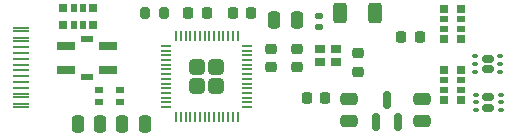
<source format=gbr>
%TF.GenerationSoftware,KiCad,Pcbnew,7.0.8*%
%TF.CreationDate,2024-02-27T09:09:56-06:00*%
%TF.ProjectId,CH32VClamp,43483332-5643-46c6-916d-702e6b696361,rev?*%
%TF.SameCoordinates,Original*%
%TF.FileFunction,Paste,Top*%
%TF.FilePolarity,Positive*%
%FSLAX46Y46*%
G04 Gerber Fmt 4.6, Leading zero omitted, Abs format (unit mm)*
G04 Created by KiCad (PCBNEW 7.0.8) date 2024-02-27 09:09:56*
%MOMM*%
%LPD*%
G01*
G04 APERTURE LIST*
G04 Aperture macros list*
%AMRoundRect*
0 Rectangle with rounded corners*
0 $1 Rounding radius*
0 $2 $3 $4 $5 $6 $7 $8 $9 X,Y pos of 4 corners*
0 Add a 4 corners polygon primitive as box body*
4,1,4,$2,$3,$4,$5,$6,$7,$8,$9,$2,$3,0*
0 Add four circle primitives for the rounded corners*
1,1,$1+$1,$2,$3*
1,1,$1+$1,$4,$5*
1,1,$1+$1,$6,$7*
1,1,$1+$1,$8,$9*
0 Add four rect primitives between the rounded corners*
20,1,$1+$1,$2,$3,$4,$5,0*
20,1,$1+$1,$4,$5,$6,$7,0*
20,1,$1+$1,$6,$7,$8,$9,0*
20,1,$1+$1,$8,$9,$2,$3,0*%
G04 Aperture macros list end*
%ADD10RoundRect,0.225000X0.225000X0.250000X-0.225000X0.250000X-0.225000X-0.250000X0.225000X-0.250000X0*%
%ADD11RoundRect,0.150000X0.150000X-0.587500X0.150000X0.587500X-0.150000X0.587500X-0.150000X-0.587500X0*%
%ADD12RoundRect,0.218750X-0.218750X-0.256250X0.218750X-0.256250X0.218750X0.256250X-0.218750X0.256250X0*%
%ADD13RoundRect,0.250000X0.250000X0.475000X-0.250000X0.475000X-0.250000X-0.475000X0.250000X-0.475000X0*%
%ADD14RoundRect,0.250000X-0.475000X0.250000X-0.475000X-0.250000X0.475000X-0.250000X0.475000X0.250000X0*%
%ADD15R,0.700000X0.640000*%
%ADD16R,0.700000X0.500000*%
%ADD17R,1.000000X0.500000*%
%ADD18R,1.500000X0.800000*%
%ADD19R,1.400000X0.250000*%
%ADD20RoundRect,0.250000X-0.312500X-0.625000X0.312500X-0.625000X0.312500X0.625000X-0.312500X0.625000X0*%
%ADD21RoundRect,0.075000X0.175000X-0.075000X0.175000X0.075000X-0.175000X0.075000X-0.175000X-0.075000X0*%
%ADD22RoundRect,0.150000X0.350000X-0.150000X0.350000X0.150000X-0.350000X0.150000X-0.350000X-0.150000X0*%
%ADD23RoundRect,0.249999X-0.395001X0.395001X-0.395001X-0.395001X0.395001X-0.395001X0.395001X0.395001X0*%
%ADD24RoundRect,0.050000X-0.050000X0.387500X-0.050000X-0.387500X0.050000X-0.387500X0.050000X0.387500X0*%
%ADD25RoundRect,0.050000X-0.387500X0.050000X-0.387500X-0.050000X0.387500X-0.050000X0.387500X0.050000X0*%
%ADD26R,0.800000X0.500000*%
%ADD27RoundRect,0.225000X0.250000X-0.225000X0.250000X0.225000X-0.250000X0.225000X-0.250000X-0.225000X0*%
%ADD28R,0.640000X0.700000*%
%ADD29R,0.500000X0.700000*%
%ADD30RoundRect,0.225000X-0.250000X0.225000X-0.250000X-0.225000X0.250000X-0.225000X0.250000X0.225000X0*%
%ADD31RoundRect,0.147500X-0.172500X0.147500X-0.172500X-0.147500X0.172500X-0.147500X0.172500X0.147500X0*%
%ADD32R,0.900000X0.800000*%
%ADD33RoundRect,0.250000X0.475000X-0.250000X0.475000X0.250000X-0.475000X0.250000X-0.475000X-0.250000X0*%
%ADD34RoundRect,0.200000X-0.200000X-0.275000X0.200000X-0.275000X0.200000X0.275000X-0.200000X0.275000X0*%
G04 APERTURE END LIST*
D10*
%TO.C,C8*%
X194337500Y-82000000D03*
X192787500Y-82000000D03*
%TD*%
D11*
%TO.C,U2*%
X204850000Y-91200000D03*
X206750000Y-91200000D03*
X205800000Y-89325000D03*
%TD*%
D12*
%TO.C,F1*%
X199012500Y-89200000D03*
X200587500Y-89200000D03*
%TD*%
D13*
%TO.C,C1*%
X198187500Y-82600000D03*
X196287500Y-82600000D03*
%TD*%
D10*
%TO.C,C10*%
X190537500Y-82000000D03*
X188987500Y-82000000D03*
%TD*%
D14*
%TO.C,C6*%
X202600000Y-89250000D03*
X202600000Y-91150000D03*
%TD*%
D15*
%TO.C,RN4*%
X210650000Y-86800000D03*
D16*
X210650000Y-87670000D03*
X210650000Y-88470000D03*
D15*
X210650000Y-89340000D03*
X212050000Y-89340000D03*
D16*
X212050000Y-88470000D03*
X212050000Y-87670000D03*
D15*
X212050000Y-86800000D03*
%TD*%
D12*
%TO.C,D1*%
X207025000Y-84000000D03*
X208600000Y-84000000D03*
%TD*%
D15*
%TO.C,RN2*%
X210650000Y-81660000D03*
D16*
X210650000Y-82530000D03*
X210650000Y-83330000D03*
D15*
X210650000Y-84200000D03*
X212050000Y-84200000D03*
D16*
X212050000Y-83330000D03*
X212050000Y-82530000D03*
D15*
X212050000Y-81660000D03*
%TD*%
D17*
%TO.C,SW2*%
X180400000Y-87400000D03*
X180400000Y-84200000D03*
D18*
X182150000Y-86800000D03*
X178650000Y-86800000D03*
X182150000Y-84800000D03*
X178650000Y-84800000D03*
%TD*%
D19*
%TO.C,J1*%
X174787500Y-83275000D03*
X174787500Y-84075000D03*
X174787500Y-85350000D03*
X174787500Y-86350000D03*
X174787500Y-86850000D03*
X174787500Y-84850000D03*
X174787500Y-89125000D03*
X174787500Y-89925000D03*
X174787500Y-89675000D03*
X174787500Y-88875000D03*
X174787500Y-88350000D03*
X174787500Y-87350000D03*
X174787500Y-85850000D03*
X174787500Y-87850000D03*
X174787500Y-84325000D03*
X174787500Y-83525000D03*
%TD*%
D20*
%TO.C,A1*%
X201837500Y-82000000D03*
X204762500Y-82000000D03*
%TD*%
D21*
%TO.C,Q2*%
X215400000Y-86950000D03*
X215400000Y-86300000D03*
X215400000Y-85650000D03*
X213300000Y-85650000D03*
X213300000Y-86300000D03*
X213300000Y-86950000D03*
D22*
X214350000Y-86750000D03*
X214350000Y-85850000D03*
%TD*%
D23*
%TO.C,U1*%
X191362500Y-86562500D03*
X189762500Y-86562500D03*
X191362500Y-88162500D03*
X189762500Y-88162500D03*
D24*
X193162500Y-83925000D03*
X192762500Y-83925000D03*
X192362500Y-83925000D03*
X191962500Y-83925000D03*
X191562500Y-83925000D03*
X191162500Y-83925000D03*
X190762500Y-83925000D03*
X190362500Y-83925000D03*
X189962500Y-83925000D03*
X189562500Y-83925000D03*
X189162500Y-83925000D03*
X188762500Y-83925000D03*
X188362500Y-83925000D03*
X187962500Y-83925000D03*
D25*
X187125000Y-84762500D03*
X187125000Y-85162500D03*
X187125000Y-85562500D03*
X187125000Y-85962500D03*
X187125000Y-86362500D03*
X187125000Y-86762500D03*
X187125000Y-87162500D03*
X187125000Y-87562500D03*
X187125000Y-87962500D03*
X187125000Y-88362500D03*
X187125000Y-88762500D03*
X187125000Y-89162500D03*
X187125000Y-89562500D03*
X187125000Y-89962500D03*
D24*
X187962500Y-90800000D03*
X188362500Y-90800000D03*
X188762500Y-90800000D03*
X189162500Y-90800000D03*
X189562500Y-90800000D03*
X189962500Y-90800000D03*
X190362500Y-90800000D03*
X190762500Y-90800000D03*
X191162500Y-90800000D03*
X191562500Y-90800000D03*
X191962500Y-90800000D03*
X192362500Y-90800000D03*
X192762500Y-90800000D03*
X193162500Y-90800000D03*
D25*
X194000000Y-89962500D03*
X194000000Y-89562500D03*
X194000000Y-89162500D03*
X194000000Y-88762500D03*
X194000000Y-88362500D03*
X194000000Y-87962500D03*
X194000000Y-87562500D03*
X194000000Y-87162500D03*
X194000000Y-86762500D03*
X194000000Y-86362500D03*
X194000000Y-85962500D03*
X194000000Y-85562500D03*
X194000000Y-85162500D03*
X194000000Y-84762500D03*
%TD*%
D26*
%TO.C,RN3*%
X181400000Y-88500000D03*
X181400000Y-89500000D03*
X183200000Y-89500000D03*
X183200000Y-88500000D03*
%TD*%
D27*
%TO.C,C3*%
X203362500Y-86950000D03*
X203362500Y-85400000D03*
%TD*%
D28*
%TO.C,RN1*%
X180940000Y-81600000D03*
D29*
X180070000Y-81600000D03*
X179270000Y-81600000D03*
D28*
X178400000Y-81600000D03*
X178400000Y-83000000D03*
D29*
X179270000Y-83000000D03*
X180070000Y-83000000D03*
D28*
X180940000Y-83000000D03*
%TD*%
D30*
%TO.C,C7*%
X195962500Y-85000000D03*
X195962500Y-86550000D03*
%TD*%
D31*
%TO.C,L1*%
X200037500Y-82230000D03*
X200037500Y-83200000D03*
%TD*%
D32*
%TO.C,Y1*%
X201500000Y-85050000D03*
X200100000Y-85050000D03*
X200100000Y-86150000D03*
X201500000Y-86150000D03*
%TD*%
D21*
%TO.C,Q1*%
X215450000Y-90200000D03*
X215450000Y-89550000D03*
X215450000Y-88900000D03*
X213350000Y-88900000D03*
X213350000Y-89550000D03*
X213350000Y-90200000D03*
D22*
X214400000Y-90000000D03*
X214400000Y-89100000D03*
%TD*%
D33*
%TO.C,C2*%
X208800000Y-91150000D03*
X208800000Y-89250000D03*
%TD*%
D30*
%TO.C,C5*%
X198162500Y-85025000D03*
X198162500Y-86575000D03*
%TD*%
D13*
%TO.C,C4*%
X185300000Y-91400000D03*
X183400000Y-91400000D03*
%TD*%
D34*
%TO.C,R5*%
X185312500Y-82000000D03*
X186962500Y-82000000D03*
%TD*%
D13*
%TO.C,C9*%
X181550000Y-91400000D03*
X179650000Y-91400000D03*
%TD*%
M02*

</source>
